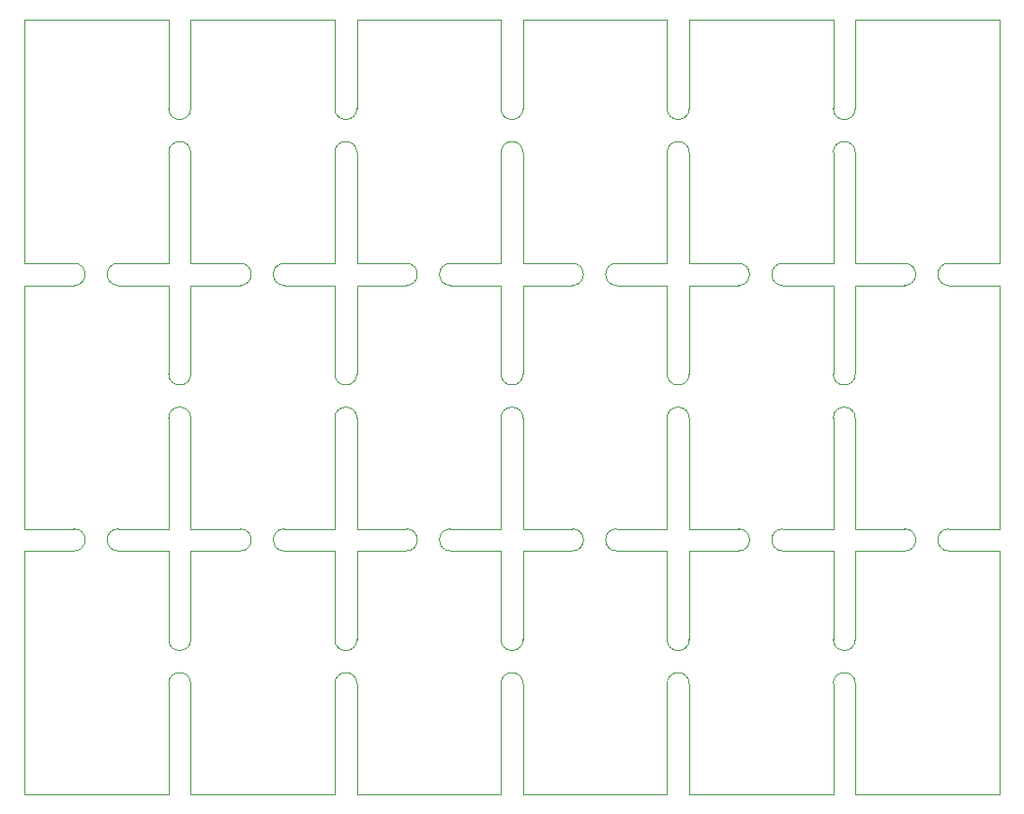
<source format=gbr>
%TF.GenerationSoftware,KiCad,Pcbnew,(6.0.0-0)*%
%TF.CreationDate,2022-11-22T11:37:50-05:00*%
%TF.ProjectId,Breakout-Potentiometer-Panel,42726561-6b6f-4757-942d-506f74656e74,rev?*%
%TF.SameCoordinates,Original*%
%TF.FileFunction,Profile,NP*%
%FSLAX46Y46*%
G04 Gerber Fmt 4.6, Leading zero omitted, Abs format (unit mm)*
G04 Created by KiCad (PCBNEW (6.0.0-0)) date 2022-11-22 11:37:50*
%MOMM*%
%LPD*%
G01*
G04 APERTURE LIST*
%TA.AperFunction,Profile*%
%ADD10C,0.050000*%
%TD*%
%TA.AperFunction,Profile*%
%ADD11C,0.100000*%
%TD*%
G04 APERTURE END LIST*
D10*
X176454000Y-102000000D02*
X181000000Y-102000000D01*
X123000000Y-68000000D02*
X123000000Y-78000000D01*
X123000000Y-56000000D02*
X123000000Y-64000000D01*
X166000000Y-112000000D02*
X166000000Y-104000000D01*
X93000000Y-68000000D02*
X93000000Y-78000000D01*
X121000000Y-78000000D02*
X121000000Y-68000000D01*
X166000000Y-56000000D02*
X161454000Y-56000000D01*
X97454000Y-56000000D02*
X101454000Y-56000000D01*
X93000000Y-102000000D02*
X97454000Y-102000000D01*
X168000000Y-68000000D02*
X168000000Y-78000000D01*
X181000000Y-78000000D02*
X181000000Y-68000000D01*
X153000000Y-78000000D02*
X157454000Y-78000000D01*
X153000000Y-102000000D02*
X157454000Y-102000000D01*
X176454000Y-78000000D02*
X181000000Y-78000000D01*
X151000000Y-80000000D02*
X146454000Y-80000000D01*
X181000000Y-112000000D02*
X181000000Y-116000000D01*
X106000000Y-112000000D02*
X106000000Y-104000000D01*
X142454000Y-56000000D02*
X138000000Y-56000000D01*
X97454000Y-80000000D02*
X93000000Y-80000000D01*
X138000000Y-92000000D02*
X138000000Y-102000000D01*
X106000000Y-56000000D02*
X101454000Y-56000000D01*
X168000000Y-116000000D02*
X168000000Y-126000000D01*
X93000000Y-80000000D02*
X93000000Y-88000000D01*
X153000000Y-68000000D02*
X153000000Y-78000000D01*
X181000000Y-64000000D02*
X181000000Y-68000000D01*
X138000000Y-116000000D02*
X138000000Y-126000000D01*
X172454000Y-104000000D02*
X168000000Y-104000000D01*
X142454000Y-80000000D02*
X138000000Y-80000000D01*
X131454000Y-78000000D02*
X136000000Y-78000000D01*
X108000000Y-104000000D02*
X108000000Y-112000000D01*
X138000000Y-80000000D02*
X138000000Y-88000000D01*
X108000000Y-102000000D02*
X112454000Y-102000000D01*
X138000000Y-78000000D02*
X142454000Y-78000000D01*
X142454000Y-56000000D02*
X146454000Y-56000000D01*
X138000000Y-56000000D02*
X138000000Y-64000000D01*
X108000000Y-92000000D02*
X108000000Y-102000000D01*
X116454000Y-102000000D02*
X121000000Y-102000000D01*
X138000000Y-68000000D02*
X138000000Y-78000000D01*
X106000000Y-78000000D02*
X106000000Y-68000000D01*
X127454000Y-56000000D02*
X131454000Y-56000000D01*
X168000000Y-102000000D02*
X172454000Y-102000000D01*
X106000000Y-88000000D02*
X106000000Y-80000000D01*
X142454000Y-104000000D02*
X138000000Y-104000000D01*
X168000000Y-126000000D02*
X172454000Y-126000000D01*
X138000000Y-102000000D02*
X142454000Y-102000000D01*
X123000000Y-80000000D02*
X123000000Y-88000000D01*
X151000000Y-104000000D02*
X146454000Y-104000000D01*
X123000000Y-92000000D02*
X123000000Y-102000000D01*
X168000000Y-92000000D02*
X168000000Y-102000000D01*
X138000000Y-104000000D02*
X138000000Y-112000000D01*
X146454000Y-78000000D02*
X151000000Y-78000000D01*
X151000000Y-88000000D02*
X151000000Y-80000000D01*
X123000000Y-126000000D02*
X127454000Y-126000000D01*
X168000000Y-56000000D02*
X168000000Y-64000000D01*
X153000000Y-104000000D02*
X153000000Y-112000000D01*
X116454000Y-78000000D02*
X121000000Y-78000000D01*
X166000000Y-64000000D02*
X166000000Y-56000000D01*
X112454000Y-80000000D02*
X108000000Y-80000000D01*
X106000000Y-102000000D02*
X106000000Y-92000000D01*
X172454000Y-126000000D02*
X176454000Y-126000000D01*
X161454000Y-78000000D02*
X166000000Y-78000000D01*
X151000000Y-78000000D02*
X151000000Y-68000000D01*
X93000000Y-126000000D02*
X97454000Y-126000000D01*
X153000000Y-116000000D02*
X153000000Y-126000000D01*
X136000000Y-126000000D02*
X136000000Y-116000000D01*
X146454000Y-102000000D02*
X151000000Y-102000000D01*
X181000000Y-104000000D02*
X176454000Y-104000000D01*
X121000000Y-80000000D02*
X116454000Y-80000000D01*
X93000000Y-92000000D02*
X93000000Y-102000000D01*
X153000000Y-92000000D02*
X153000000Y-102000000D01*
X172454000Y-56000000D02*
X176454000Y-56000000D01*
X116454000Y-126000000D02*
X121000000Y-126000000D01*
X127454000Y-126000000D02*
X131454000Y-126000000D01*
X151000000Y-126000000D02*
X151000000Y-116000000D01*
X166000000Y-78000000D02*
X166000000Y-68000000D01*
X97454000Y-56000000D02*
X93000000Y-56000000D01*
X138000000Y-126000000D02*
X142454000Y-126000000D01*
X166000000Y-104000000D02*
X161454000Y-104000000D01*
X106000000Y-104000000D02*
X101454000Y-104000000D01*
X101454000Y-102000000D02*
X106000000Y-102000000D01*
X168000000Y-104000000D02*
X168000000Y-112000000D01*
X166000000Y-80000000D02*
X161454000Y-80000000D01*
X101454000Y-126000000D02*
X106000000Y-126000000D01*
X108000000Y-126000000D02*
X112454000Y-126000000D01*
X123000000Y-116000000D02*
X123000000Y-126000000D01*
X157454000Y-80000000D02*
X153000000Y-80000000D01*
X131454000Y-126000000D02*
X136000000Y-126000000D01*
X112454000Y-126000000D02*
X116454000Y-126000000D01*
X136000000Y-80000000D02*
X131454000Y-80000000D01*
X157454000Y-56000000D02*
X161454000Y-56000000D01*
X131454000Y-102000000D02*
X136000000Y-102000000D01*
X93000000Y-78000000D02*
X97454000Y-78000000D01*
X97454000Y-104000000D02*
X93000000Y-104000000D01*
X106000000Y-80000000D02*
X101454000Y-80000000D01*
X166000000Y-102000000D02*
X166000000Y-92000000D01*
X151000000Y-112000000D02*
X151000000Y-104000000D01*
X123000000Y-78000000D02*
X127454000Y-78000000D01*
X106000000Y-126000000D02*
X106000000Y-116000000D01*
X106000000Y-64000000D02*
X106000000Y-56000000D01*
X181000000Y-88000000D02*
X181000000Y-80000000D01*
X121000000Y-64000000D02*
X121000000Y-56000000D01*
X121000000Y-88000000D02*
X121000000Y-80000000D01*
X181000000Y-126000000D02*
X181000000Y-116000000D01*
X157454000Y-56000000D02*
X153000000Y-56000000D01*
X136000000Y-88000000D02*
X136000000Y-80000000D01*
X146454000Y-126000000D02*
X151000000Y-126000000D01*
X112454000Y-56000000D02*
X108000000Y-56000000D01*
X127454000Y-104000000D02*
X123000000Y-104000000D01*
X181000000Y-80000000D02*
X176454000Y-80000000D01*
X121000000Y-56000000D02*
X116454000Y-56000000D01*
X101454000Y-78000000D02*
X106000000Y-78000000D01*
X93000000Y-112000000D02*
X93000000Y-116000000D01*
X108000000Y-68000000D02*
X108000000Y-78000000D01*
X93000000Y-88000000D02*
X93000000Y-92000000D01*
X136000000Y-64000000D02*
X136000000Y-56000000D01*
X157454000Y-104000000D02*
X153000000Y-104000000D01*
X181000000Y-112000000D02*
X181000000Y-104000000D01*
X151000000Y-102000000D02*
X151000000Y-92000000D01*
X127454000Y-56000000D02*
X123000000Y-56000000D01*
X127454000Y-80000000D02*
X123000000Y-80000000D01*
X176454000Y-126000000D02*
X181000000Y-126000000D01*
X108000000Y-78000000D02*
X112454000Y-78000000D01*
X153000000Y-126000000D02*
X157454000Y-126000000D01*
X93000000Y-56000000D02*
X93000000Y-64000000D01*
X121000000Y-104000000D02*
X116454000Y-104000000D01*
X123000000Y-102000000D02*
X127454000Y-102000000D01*
X142454000Y-126000000D02*
X146454000Y-126000000D01*
X166000000Y-88000000D02*
X166000000Y-80000000D01*
X181000000Y-56000000D02*
X176454000Y-56000000D01*
X161454000Y-102000000D02*
X166000000Y-102000000D01*
X168000000Y-80000000D02*
X168000000Y-88000000D01*
X93000000Y-116000000D02*
X93000000Y-126000000D01*
X121000000Y-112000000D02*
X121000000Y-104000000D01*
X108000000Y-80000000D02*
X108000000Y-88000000D01*
X181000000Y-102000000D02*
X181000000Y-92000000D01*
X97454000Y-126000000D02*
X101454000Y-126000000D01*
X157454000Y-126000000D02*
X161454000Y-126000000D01*
X108000000Y-116000000D02*
X108000000Y-126000000D01*
X93000000Y-104000000D02*
X93000000Y-112000000D01*
X172454000Y-56000000D02*
X168000000Y-56000000D01*
X153000000Y-80000000D02*
X153000000Y-88000000D01*
X136000000Y-104000000D02*
X131454000Y-104000000D01*
X136000000Y-112000000D02*
X136000000Y-104000000D01*
X166000000Y-126000000D02*
X166000000Y-116000000D01*
X136000000Y-78000000D02*
X136000000Y-68000000D01*
X172454000Y-80000000D02*
X168000000Y-80000000D01*
X112454000Y-56000000D02*
X116454000Y-56000000D01*
X153000000Y-56000000D02*
X153000000Y-64000000D01*
X136000000Y-56000000D02*
X131454000Y-56000000D01*
X181000000Y-64000000D02*
X181000000Y-56000000D01*
X151000000Y-56000000D02*
X146454000Y-56000000D01*
X181000000Y-88000000D02*
X181000000Y-92000000D01*
X121000000Y-102000000D02*
X121000000Y-92000000D01*
X161454000Y-126000000D02*
X166000000Y-126000000D01*
X93000000Y-64000000D02*
X93000000Y-68000000D01*
X121000000Y-126000000D02*
X121000000Y-116000000D01*
X123000000Y-104000000D02*
X123000000Y-112000000D01*
X168000000Y-78000000D02*
X172454000Y-78000000D01*
X112454000Y-104000000D02*
X108000000Y-104000000D01*
X151000000Y-64000000D02*
X151000000Y-56000000D01*
X136000000Y-102000000D02*
X136000000Y-92000000D01*
X108000000Y-56000000D02*
X108000000Y-64000000D01*
D11*
%TO.C,mouse-bite-2mm-slot15*%
X121000000Y-88000000D02*
G75*
G03*
X123000000Y-88000000I1000000J0D01*
G01*
X123000000Y-92000000D02*
G75*
G03*
X121000000Y-92000000I-1000000J0D01*
G01*
%TO.C,mouse-bite-2mm-slot3*%
X123000000Y-68000000D02*
G75*
G03*
X121000000Y-68000000I-1000000J0D01*
G01*
X121000000Y-64000000D02*
G75*
G03*
X123000000Y-64000000I1000000J0D01*
G01*
%TO.C,mouse-bite-2mm-slot31*%
X151000000Y-112000000D02*
G75*
G03*
X153000000Y-112000000I1000000J0D01*
G01*
X153000000Y-116000000D02*
G75*
G03*
X151000000Y-116000000I-1000000J0D01*
G01*
%TO.C,mouse-bite-2mm-slot18*%
X142454000Y-80000000D02*
G75*
G03*
X142454000Y-78000000I0J1000000D01*
G01*
X146454000Y-78000000D02*
G75*
G03*
X146454000Y-80000000I0J-1000000D01*
G01*
%TO.C,mouse-bite-2mm-slot17*%
X136000000Y-88000000D02*
G75*
G03*
X138000000Y-88000000I1000000J0D01*
G01*
X138000000Y-92000000D02*
G75*
G03*
X136000000Y-92000000I-1000000J0D01*
G01*
%TO.C,mouse-bite-2mm-slot5*%
X138000000Y-68000000D02*
G75*
G03*
X136000000Y-68000000I-1000000J0D01*
G01*
X136000000Y-64000000D02*
G75*
G03*
X138000000Y-64000000I1000000J0D01*
G01*
%TO.C,mouse-bite-2mm-slot13*%
X106000000Y-88000000D02*
G75*
G03*
X108000000Y-88000000I1000000J0D01*
G01*
X108000000Y-92000000D02*
G75*
G03*
X106000000Y-92000000I-1000000J0D01*
G01*
%TO.C,mouse-bite-2mm-slot19*%
X153000000Y-92000000D02*
G75*
G03*
X151000000Y-92000000I-1000000J0D01*
G01*
X151000000Y-88000000D02*
G75*
G03*
X153000000Y-88000000I1000000J0D01*
G01*
%TO.C,mouse-bite-2mm-slot28*%
X127454000Y-104000000D02*
G75*
G03*
X127454000Y-102000000I0J1000000D01*
G01*
X131454000Y-102000000D02*
G75*
G03*
X131454000Y-104000000I0J-1000000D01*
G01*
%TO.C,mouse-bite-2mm-slot1*%
X108000000Y-68000000D02*
G75*
G03*
X106000000Y-68000000I-1000000J0D01*
G01*
X106000000Y-64000000D02*
G75*
G03*
X108000000Y-64000000I1000000J0D01*
G01*
%TO.C,mouse-bite-2mm-slot20*%
X157454000Y-80000000D02*
G75*
G03*
X157454000Y-78000000I0J1000000D01*
G01*
X161454000Y-78000000D02*
G75*
G03*
X161454000Y-80000000I0J-1000000D01*
G01*
%TO.C,mouse-bite-2mm-slot7*%
X151000000Y-64000000D02*
G75*
G03*
X153000000Y-64000000I1000000J0D01*
G01*
X153000000Y-68000000D02*
G75*
G03*
X151000000Y-68000000I-1000000J0D01*
G01*
%TO.C,mouse-bite-2mm-slot14*%
X112454000Y-80000000D02*
G75*
G03*
X112454000Y-78000000I0J1000000D01*
G01*
X116454000Y-78000000D02*
G75*
G03*
X116454000Y-80000000I0J-1000000D01*
G01*
%TO.C,mouse-bite-2mm-slot21*%
X168000000Y-92000000D02*
G75*
G03*
X166000000Y-92000000I-1000000J0D01*
G01*
X166000000Y-88000000D02*
G75*
G03*
X168000000Y-88000000I1000000J0D01*
G01*
%TO.C,mouse-bite-2mm-slot12*%
X97454000Y-80000000D02*
G75*
G03*
X97454000Y-78000000I0J1000000D01*
G01*
X101454000Y-78000000D02*
G75*
G03*
X101454000Y-80000000I0J-1000000D01*
G01*
%TO.C,mouse-bite-2mm-slot25*%
X108000000Y-116000000D02*
G75*
G03*
X106000000Y-116000000I-1000000J0D01*
G01*
X106000000Y-112000000D02*
G75*
G03*
X108000000Y-112000000I1000000J0D01*
G01*
%TO.C,mouse-bite-2mm-slot22*%
X172454000Y-80000000D02*
G75*
G03*
X172454000Y-78000000I0J1000000D01*
G01*
X176454000Y-78000000D02*
G75*
G03*
X176454000Y-80000000I0J-1000000D01*
G01*
%TO.C,mouse-bite-2mm-slot16*%
X131454000Y-78000000D02*
G75*
G03*
X131454000Y-80000000I0J-1000000D01*
G01*
X127454000Y-80000000D02*
G75*
G03*
X127454000Y-78000000I0J1000000D01*
G01*
%TO.C,mouse-bite-2mm-slot29*%
X136000000Y-112000000D02*
G75*
G03*
X138000000Y-112000000I1000000J0D01*
G01*
X138000000Y-116000000D02*
G75*
G03*
X136000000Y-116000000I-1000000J0D01*
G01*
%TO.C,mouse-bite-2mm-slot32*%
X157454000Y-104000000D02*
G75*
G03*
X157454000Y-102000000I0J1000000D01*
G01*
X161454000Y-102000000D02*
G75*
G03*
X161454000Y-104000000I0J-1000000D01*
G01*
%TO.C,mouse-bite-2mm-slot33*%
X166000000Y-112000000D02*
G75*
G03*
X168000000Y-112000000I1000000J0D01*
G01*
X168000000Y-116000000D02*
G75*
G03*
X166000000Y-116000000I-1000000J0D01*
G01*
%TO.C,mouse-bite-2mm-slot24*%
X97454000Y-104000000D02*
G75*
G03*
X97454000Y-102000000I0J1000000D01*
G01*
X101454000Y-102000000D02*
G75*
G03*
X101454000Y-104000000I0J-1000000D01*
G01*
%TO.C,mouse-bite-2mm-slot27*%
X121000000Y-112000000D02*
G75*
G03*
X123000000Y-112000000I1000000J0D01*
G01*
X123000000Y-116000000D02*
G75*
G03*
X121000000Y-116000000I-1000000J0D01*
G01*
%TO.C,mouse-bite-2mm-slot30*%
X142454000Y-104000000D02*
G75*
G03*
X142454000Y-102000000I0J1000000D01*
G01*
X146454000Y-102000000D02*
G75*
G03*
X146454000Y-104000000I0J-1000000D01*
G01*
%TO.C,mouse-bite-2mm-slot34*%
X172454000Y-104000000D02*
G75*
G03*
X172454000Y-102000000I0J1000000D01*
G01*
X176454000Y-102000000D02*
G75*
G03*
X176454000Y-104000000I0J-1000000D01*
G01*
%TO.C,mouse-bite-2mm-slot26*%
X116454000Y-102000000D02*
G75*
G03*
X116454000Y-104000000I0J-1000000D01*
G01*
X112454000Y-104000000D02*
G75*
G03*
X112454000Y-102000000I0J1000000D01*
G01*
%TO.C,mouse-bite-2mm-slot9*%
X166000000Y-64000000D02*
G75*
G03*
X168000000Y-64000000I1000000J0D01*
G01*
X168000000Y-68000000D02*
G75*
G03*
X166000000Y-68000000I-1000000J0D01*
G01*
%TD*%
M02*

</source>
